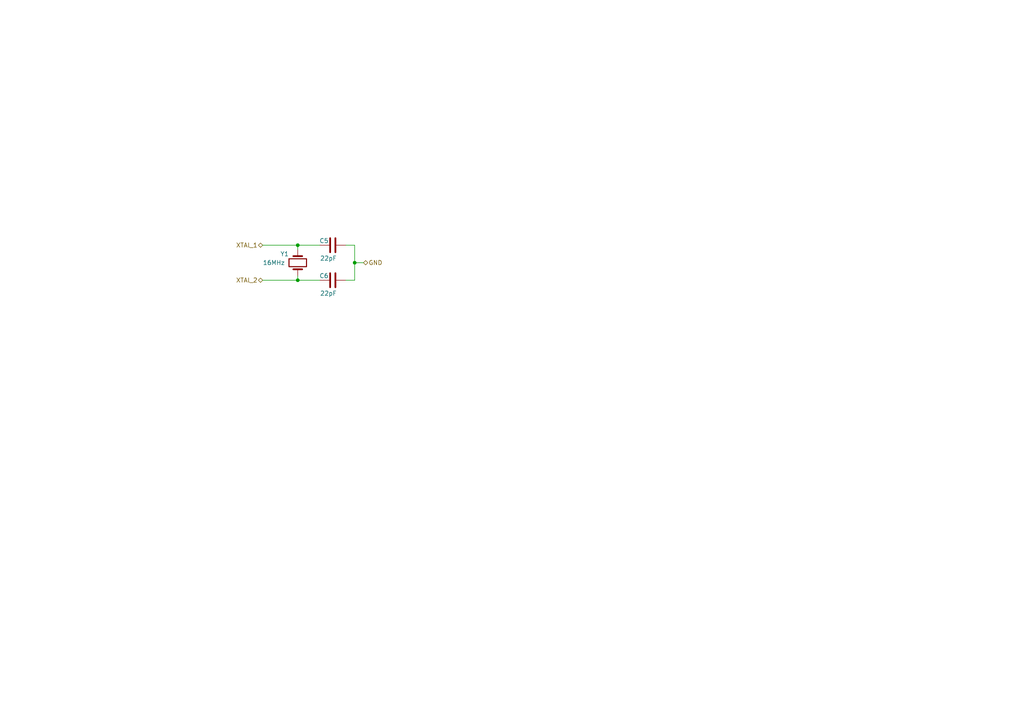
<source format=kicad_sch>
(kicad_sch (version 20231120) (generator "eeschema") (generator_version "8.0")
  (paper "A4")
  (lib_symbols
    (symbol "Device:C" (pin_numbers hide) (pin_names (offset 0.254))
      (property "Reference" "C" (at 0.635 2.54 0))
      (property "Value" "C" (at 0.635 -2.54 0))
      (symbol "C_0_1"
        (polyline (pts (xy -2.032 -0.762) (xy 2.032 -0.762)) (stroke (width 0.508)))
        (polyline (pts (xy -2.032 0.762) (xy 2.032 0.762)) (stroke (width 0.508)))
      )
      (symbol "C_1_1"
        (pin passive line (at 0 3.81 270) (length 2.794) (name "~") (number "1"))
        (pin passive line (at 0 -3.81 90) (length 2.794) (name "~") (number "2"))
      )
    )
    (symbol "Device:Crystal" (pin_numbers hide) (pin_names (offset 1.016) hide)
      (property "Reference" "Y" (at 0 3.81 0))
      (property "Value" "Crystal" (at 0 -3.81 0))
      (symbol "Crystal_0_1"
        (rectangle (start -1.143 2.54) (end 1.143 -2.54) (stroke (width 0.3048)))
        (polyline (pts (xy -2.54 0) (xy -1.905 0)))
        (polyline (pts (xy -1.905 -1.27) (xy -1.905 1.27)) (stroke (width 0.508)))
        (polyline (pts (xy 1.905 -1.27) (xy 1.905 1.27)) (stroke (width 0.508)))
        (polyline (pts (xy 2.54 0) (xy 1.905 0)))
      )
      (symbol "Crystal_1_1"
        (pin passive line (at -3.81 0 0) (length 1.27) (name "1") (number "1"))
        (pin passive line (at 3.81 0 180) (length 1.27) (name "2") (number "2"))
      )
    )
  )
  (junction (at 86.36 71.12))
  (junction (at 102.87 76.2))
  (junction (at 86.36 81.28))
  (wire (pts (xy 100.33 81.28) (xy 102.87 81.28)))
  (wire (pts (xy 102.87 76.2) (xy 105.41 76.2)))
  (wire (pts (xy 86.36 71.12) (xy 86.36 72.39)))
  (wire (pts (xy 76.2 81.28) (xy 86.36 81.28)))
  (wire (pts (xy 102.87 71.12) (xy 102.87 76.2)))
  (wire (pts (xy 86.36 81.28) (xy 92.71 81.28)))
  (wire (pts (xy 86.36 80.01) (xy 86.36 81.28)))
  (wire (pts (xy 100.33 71.12) (xy 102.87 71.12)))
  (wire (pts (xy 76.2 71.12) (xy 86.36 71.12)))
  (wire (pts (xy 102.87 76.2) (xy 102.87 81.28)))
  (wire (pts (xy 92.71 71.12) (xy 86.36 71.12)))
  (hierarchical_label "XTAl_1" (shape bidirectional) (at 76.2 71.12 180))
  (hierarchical_label "GND" (shape bidirectional) (at 105.41 76.2 0))
  (hierarchical_label "XTAl_2" (shape bidirectional) (at 76.2 81.28 180))
  (symbol (lib_id "Device:C") (at 96.52 71.12 270) (unit 1)
    (property "Reference" "C5" (at 93.98 69.85 90))
    (property "Value" "22pF" (at 95.25 74.93 90))
    (property "Footprint" "Capacitor_THT:C_Disc_D4.7mm_W2.5mm_P5.00mm" (effects (hide yes)))
  )
  (symbol (lib_id "Device:C") (at 96.52 81.28 270) (unit 1)
    (property "Reference" "C6" (at 93.98 80.01 90))
    (property "Value" "22pF" (at 95.25 85.09 90))
    (property "Footprint" "Capacitor_THT:C_Disc_D4.7mm_W2.5mm_P5.00mm" (effects (hide yes)))
  )
  (symbol (lib_id "Device:Crystal") (at 86.36 76.2 90) (unit 1) (exclude_from_sim yes)
    (property "Reference" "Y1" (at 81.28 73.66 90) (effects (justify right)))
    (property "Value" "16MHz" (at 76.2 76.2 90) (effects (justify right)))
    (property "Footprint" "Crystal:Crystal_HC49-4H_Vertical" (effects (hide yes)))
  )
)
</source>
